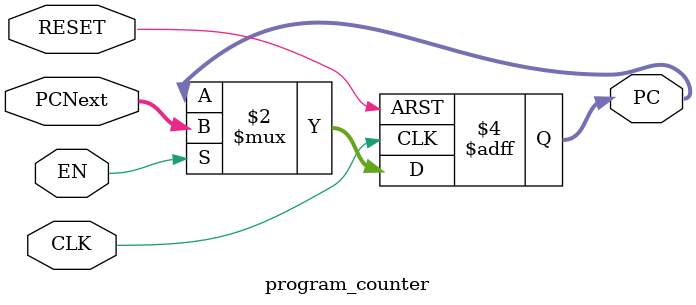
<source format=v>
module program_counter (PC, RESET, CLK, EN, PCNext);
    output reg [31:0] PC;
    input             RESET, CLK, EN;
    input      [31:0] PCNext;

    // The 'RESET' signal is asynchronous
    // The 'EN' signal is synchronous

    always @(posedge RESET, posedge CLK)
        begin
            if (RESET)  PC <= 32'b00;
            else
                if (EN) PC <= PCNext;
        end

endmodule // program_counter

</source>
